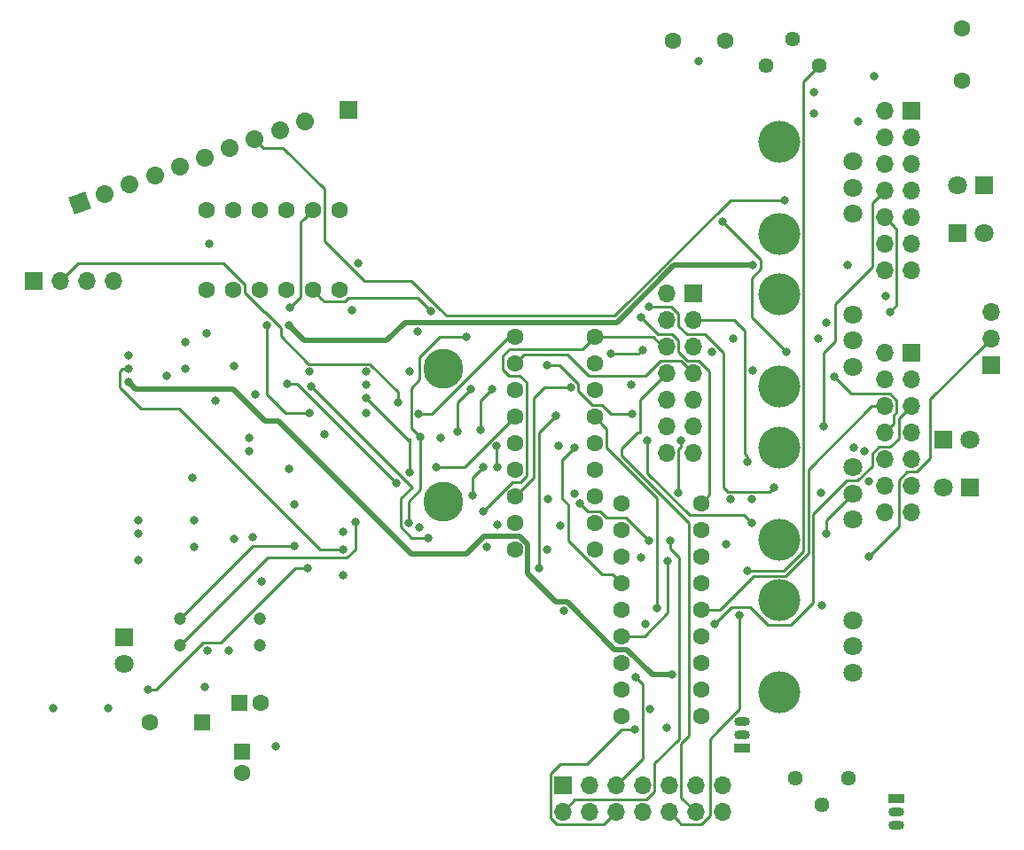
<source format=gbr>
G04 #@! TF.GenerationSoftware,KiCad,Pcbnew,(5.0.0)*
G04 #@! TF.CreationDate,2018-10-11T16:46:39-05:00*
G04 #@! TF.ProjectId,FinalDistCircuit,46696E616C4469737443697263756974,rev?*
G04 #@! TF.SameCoordinates,Original*
G04 #@! TF.FileFunction,Copper,L3,Inr,Signal*
G04 #@! TF.FilePolarity,Positive*
%FSLAX46Y46*%
G04 Gerber Fmt 4.6, Leading zero omitted, Abs format (unit mm)*
G04 Created by KiCad (PCBNEW (5.0.0)) date 10/11/18 16:46:39*
%MOMM*%
%LPD*%
G01*
G04 APERTURE LIST*
G04 #@! TA.AperFunction,ViaPad*
%ADD10O,1.700000X1.700000*%
G04 #@! TD*
G04 #@! TA.AperFunction,ViaPad*
%ADD11R,1.700000X1.700000*%
G04 #@! TD*
G04 #@! TA.AperFunction,WasherPad*
%ADD12C,4.000000*%
G04 #@! TD*
G04 #@! TA.AperFunction,ViaPad*
%ADD13C,1.800000*%
G04 #@! TD*
G04 #@! TA.AperFunction,ViaPad*
%ADD14R,1.600000X1.600000*%
G04 #@! TD*
G04 #@! TA.AperFunction,ViaPad*
%ADD15C,1.600000*%
G04 #@! TD*
G04 #@! TA.AperFunction,ViaPad*
%ADD16C,3.810000*%
G04 #@! TD*
G04 #@! TA.AperFunction,ViaPad*
%ADD17C,1.700000*%
G04 #@! TD*
G04 #@! TA.AperFunction,Conductor*
%ADD18C,1.700000*%
G04 #@! TD*
G04 #@! TA.AperFunction,Conductor*
%ADD19C,0.100000*%
G04 #@! TD*
G04 #@! TA.AperFunction,ViaPad*
%ADD20C,1.440000*%
G04 #@! TD*
G04 #@! TA.AperFunction,ViaPad*
%ADD21R,1.800000X1.800000*%
G04 #@! TD*
G04 #@! TA.AperFunction,ViaPad*
%ADD22O,1.500000X0.900000*%
G04 #@! TD*
G04 #@! TA.AperFunction,ViaPad*
%ADD23R,1.500000X0.900000*%
G04 #@! TD*
G04 #@! TA.AperFunction,ViaPad*
%ADD24C,1.200000*%
G04 #@! TD*
G04 #@! TA.AperFunction,ViaPad*
%ADD25C,0.800000*%
G04 #@! TD*
G04 #@! TA.AperFunction,Conductor*
%ADD26C,0.250000*%
G04 #@! TD*
G04 #@! TA.AperFunction,Conductor*
%ADD27C,0.500000*%
G04 #@! TD*
G04 APERTURE END LIST*
D10*
G04 #@! TO.N,Net-(NeckTonePot1-Pad14)*
G04 #@! TO.C,NeckTonePot1*
X239776000Y-49911000D03*
G04 #@! TO.N,BRGRN2*
X242316000Y-49911000D03*
G04 #@! TO.N,Net-(NeckTonePot1-Pad12)*
X239776000Y-47371000D03*
G04 #@! TO.N,NBLACK*
X242316000Y-47371000D03*
G04 #@! TO.N,Net-(BridgeVolPot1-Pad8)*
X239776000Y-44831000D03*
G04 #@! TO.N,Net-(BridgeTonePot1-Pad10)*
X242316000Y-44831000D03*
G04 #@! TO.N,BRRED2*
X239776000Y-42291000D03*
G04 #@! TO.N,Net-(NeckTonePot1-Pad7)*
X242316000Y-42291000D03*
G04 #@! TO.N,Net-(NeckTonePot1-Pad6)*
X239776000Y-39751000D03*
G04 #@! TO.N,NTONEIN*
X242316000Y-39751000D03*
G04 #@! TO.N,Net-(C27-Pad1)*
X239776000Y-37211000D03*
G04 #@! TO.N,PRESOUT*
X242316000Y-37211000D03*
X239776000Y-34671000D03*
D11*
G04 #@! TO.N,PRESIN*
X242316000Y-34671000D03*
G04 #@! TD*
D12*
G04 #@! TO.N,*
G04 #@! TO.C,BASS*
X229728000Y-81412000D03*
X229728000Y-90212000D03*
D13*
G04 #@! TO.N,BRGRN2*
X236728000Y-83312000D03*
X236728000Y-85812000D03*
G04 #@! TO.N,Net-(BASS1-Pad3)*
X236728000Y-88312000D03*
G04 #@! TD*
D14*
G04 #@! TO.N,Net-(C10-Pad1)*
G04 #@! TO.C,C10*
X174625000Y-93091000D03*
D15*
G04 #@! TO.N,BRGRN2*
X169625000Y-93091000D03*
G04 #@! TD*
D16*
G04 #@! TO.N,Net-(9V1-Pad1)*
G04 #@! TO.C,9V1*
X197612000Y-71945500D03*
G04 #@! TO.N,PWRGND*
X197612001Y-59245499D03*
G04 #@! TD*
D10*
G04 #@! TO.N,BRGRN2*
G04 #@! TO.C,Jack1*
X249936000Y-53848000D03*
G04 #@! TO.N,FinalOut*
X249936000Y-56388000D03*
D11*
G04 #@! TO.N,PWRGND*
X249936000Y-58928000D03*
G04 #@! TD*
D17*
G04 #@! TO.N,BRGRN2*
G04 #@! TO.C,PickupInputs1*
X184422373Y-35615420D03*
D18*
X184422373Y-35615420D02*
X184422373Y-35615420D01*
D17*
G04 #@! TO.N,NGRN*
X182035554Y-36484151D03*
D18*
X182035554Y-36484151D02*
X182035554Y-36484151D01*
D17*
G04 #@! TO.N,NBLACK*
X179648735Y-37352882D03*
D18*
X179648735Y-37352882D02*
X179648735Y-37352882D01*
D17*
X177261916Y-38221613D03*
D18*
X177261916Y-38221613D02*
X177261916Y-38221613D01*
D17*
G04 #@! TO.N,NGRN*
X174875096Y-39090344D03*
D18*
X174875096Y-39090344D02*
X174875096Y-39090344D01*
D17*
G04 #@! TO.N,BRGRN2*
X172488277Y-39959075D03*
D18*
X172488277Y-39959075D02*
X172488277Y-39959075D01*
D17*
G04 #@! TO.N,BRGRN*
X170101458Y-40827807D03*
D18*
X170101458Y-40827807D02*
X170101458Y-40827807D01*
D17*
G04 #@! TO.N,BRWHT*
X167714639Y-41696538D03*
D18*
X167714639Y-41696538D02*
X167714639Y-41696538D01*
D17*
G04 #@! TO.N,BRBLACK*
X165327819Y-42565269D03*
D18*
X165327819Y-42565269D02*
X165327819Y-42565269D01*
D17*
G04 #@! TO.N,BRRED*
X162941000Y-43434000D03*
D19*
G36*
X164030456Y-43942022D02*
X162432978Y-44523456D01*
X161851544Y-42925978D01*
X163449022Y-42344544D01*
X164030456Y-43942022D01*
X164030456Y-43942022D01*
G37*
G04 #@! TD*
D11*
G04 #@! TO.N,GAINPOTOUT*
G04 #@! TO.C,BridgeTonePot1*
X242316000Y-57785000D03*
D10*
X239776000Y-57785000D03*
G04 #@! TO.N,BRTONEGANG2IN*
X242316000Y-60325000D03*
G04 #@! TO.N,BRTONEGANG1OUT*
X239776000Y-60325000D03*
G04 #@! TO.N,BTONEIN*
X242316000Y-62865000D03*
G04 #@! TO.N,BRTONEGANG1IN*
X239776000Y-62865000D03*
G04 #@! TO.N,BRGRN2*
X242316000Y-65405000D03*
G04 #@! TO.N,BRBLACK*
X239776000Y-65405000D03*
G04 #@! TO.N,Net-(BridgeTonePot1-Pad12)*
X242316000Y-67945000D03*
G04 #@! TO.N,Net-(BridgeTonePot1-Pad10)*
X239776000Y-67945000D03*
G04 #@! TO.N,BRWHT*
X242316000Y-70485000D03*
G04 #@! TO.N,Net-(BridgeTonePot1-Pad12)*
X239776000Y-70485000D03*
G04 #@! TO.N,BRGRN2*
X242316000Y-73025000D03*
G04 #@! TO.N,Net-(BridgeTonePot1-Pad14)*
X239776000Y-73025000D03*
G04 #@! TD*
D15*
G04 #@! TO.N,Net-(6pdt2-Pad18)*
G04 #@! TO.C,6pdt2*
X222250000Y-92456000D03*
G04 #@! TO.N,Net-(6pdt2-Pad17)*
X214630000Y-92456000D03*
G04 #@! TO.N,Net-(6pdt2-Pad16)*
X222250000Y-89916000D03*
G04 #@! TO.N,Net-(6pdt2-Pad15)*
X214630000Y-89916000D03*
G04 #@! TO.N,Net-(6pdt2-Pad14)*
X222250000Y-87376000D03*
G04 #@! TO.N,Net-(6pdt2-Pad13)*
X214630000Y-87376000D03*
G04 #@! TO.N,GAINSTAGEPOTIN*
X222250000Y-84836000D03*
G04 #@! TO.N,BRTONEGANG2IN*
X214630000Y-84836000D03*
G04 #@! TO.N,BRTONEGANG1IN*
X222250000Y-82296000D03*
G04 #@! TO.N,BRTONEGANG1OUT*
X214630000Y-82296000D03*
G04 #@! TO.N,Net-(6pdt2-Pad8)*
X222250000Y-79756000D03*
G04 #@! TO.N,BRTONECAPIN*
X214630000Y-79756000D03*
G04 #@! TO.N,ODout*
X222250000Y-77216000D03*
G04 #@! TO.N,OUT*
X214630000Y-77216000D03*
G04 #@! TO.N,FinalOut*
X222250000Y-74676000D03*
G04 #@! TO.N,ODin*
X214630000Y-74676000D03*
G04 #@! TO.N,OUT*
X222250000Y-72136000D03*
G04 #@! TO.N,BRGRN2*
X214630000Y-72136000D03*
G04 #@! TD*
D20*
G04 #@! TO.N,Net-(R13-Pad1)*
G04 #@! TO.C,TRANGAIN1*
X236347000Y-98425000D03*
G04 #@! TO.N,Net-(C8-Pad1)*
X233807000Y-100965000D03*
X231267000Y-98425000D03*
G04 #@! TD*
D10*
G04 #@! TO.N,BROUT*
G04 #@! TO.C,3WaySwitch1*
X166116000Y-50927000D03*
G04 #@! TO.N,OUT*
X163576000Y-50927000D03*
G04 #@! TO.N,NOUT*
X161036000Y-50927000D03*
D11*
G04 #@! TO.N,BRGRN2*
X158496000Y-50927000D03*
G04 #@! TD*
D15*
G04 #@! TO.N,BRRED*
G04 #@! TO.C,4pdt1*
X175006000Y-51752500D03*
G04 #@! TO.N,BRRED2*
X177546000Y-51752500D03*
G04 #@! TO.N,BRGRN*
X180086000Y-51752500D03*
G04 #@! TO.N,NGRN*
X182626000Y-51752500D03*
G04 #@! TO.N,NRED2*
X185166000Y-51752500D03*
G04 #@! TO.N,Net-(4pdt1-Pad6)*
X187706000Y-51752500D03*
X187706000Y-44132500D03*
G04 #@! TO.N,NGRN2*
X185166000Y-44132500D03*
G04 #@! TO.N,NGRN*
X182626000Y-44132500D03*
G04 #@! TO.N,BRRED*
X180086000Y-44132500D03*
G04 #@! TO.N,BRGRN2*
X177546000Y-44132500D03*
G04 #@! TO.N,BRGRN*
X175006000Y-44132500D03*
G04 #@! TD*
G04 #@! TO.N,BVOUTTRAD*
G04 #@! TO.C,6pdt1*
X204470000Y-56261000D03*
G04 #@! TO.N,BVINTRAD*
X212090000Y-56261000D03*
G04 #@! TO.N,BVOUT*
X204470000Y-58801000D03*
G04 #@! TO.N,BRRED2*
X212090000Y-58801000D03*
G04 #@! TO.N,Net-(6pdt1-Pad5)*
X204470000Y-61341000D03*
X212090000Y-61341000D03*
G04 #@! TO.N,NVOUTTRAD*
X204470000Y-63881000D03*
G04 #@! TO.N,NVINTRAD*
X212090000Y-63881000D03*
G04 #@! TO.N,NOUT*
X204470000Y-66421000D03*
G04 #@! TO.N,NTONE*
X212090000Y-66421000D03*
G04 #@! TO.N,Net-(6pdt1-Pad11)*
X204470000Y-68961000D03*
X212090000Y-68961000D03*
G04 #@! TO.N,BRRED2*
X204470000Y-71501000D03*
G04 #@! TO.N,NTONEIN*
X212090000Y-71501000D03*
G04 #@! TO.N,BTONEIN*
X204470000Y-74041000D03*
G04 #@! TO.N,NTONE*
X212090000Y-74041000D03*
G04 #@! TO.N,BRTONEGANG1OUT*
X204470000Y-76581000D03*
G04 #@! TO.N,Net-(6pdt1-Pad18)*
X212090000Y-76581000D03*
G04 #@! TD*
D10*
G04 #@! TO.N,Net-(BridgeVolPot1-Pad14)*
G04 #@! TO.C,BridgeVolPot1*
X218948000Y-67310000D03*
G04 #@! TO.N,BRGRN2*
X221488000Y-67310000D03*
G04 #@! TO.N,BVOUT*
X218948000Y-64770000D03*
G04 #@! TO.N,BROUT*
X221488000Y-64770000D03*
G04 #@! TO.N,NOUT*
X218948000Y-62230000D03*
G04 #@! TO.N,BRGRN2*
X221488000Y-62230000D03*
G04 #@! TO.N,Net-(BridgeVolPot1-Pad8)*
X218948000Y-59690000D03*
G04 #@! TO.N,BVOUT*
X221488000Y-59690000D03*
G04 #@! TO.N,BVINTRAD*
X218948000Y-57150000D03*
G04 #@! TO.N,BVOUTTRAD*
X221488000Y-57150000D03*
G04 #@! TO.N,BRGRN2*
X218948000Y-54610000D03*
G04 #@! TO.N,ODin*
X221488000Y-54610000D03*
G04 #@! TO.N,MASTEROUT*
X218948000Y-52070000D03*
D11*
G04 #@! TO.N,BRGRN2*
X221488000Y-52070000D03*
G04 #@! TD*
D15*
G04 #@! TO.N,Net-(C2-Pad1)*
G04 #@! TO.C,C2*
X247142000Y-26797000D03*
G04 #@! TO.N,BRGRN2*
X247142000Y-31797000D03*
G04 #@! TD*
G04 #@! TO.N,Net-(C6-Pad2)*
G04 #@! TO.C,C6*
X224583000Y-27940000D03*
G04 #@! TO.N,GAINSTAGEPOTIN*
X219583000Y-27940000D03*
G04 #@! TD*
D14*
G04 #@! TO.N,Net-(C14-Pad1)*
G04 #@! TO.C,C14*
X178435000Y-95885000D03*
D15*
G04 #@! TO.N,BRGRN2*
X178435000Y-97885000D03*
G04 #@! TD*
G04 #@! TO.N,BRGRN2*
G04 #@! TO.C,C19*
X180181000Y-91186000D03*
D14*
G04 #@! TO.N,Net-(C19-Pad1)*
X178181000Y-91186000D03*
G04 #@! TD*
D21*
G04 #@! TO.N,GAINPOTOUT*
G04 #@! TO.C,D1*
X246761000Y-46355000D03*
D13*
G04 #@! TO.N,GAINSTAGEPOTIN*
X249301000Y-46355000D03*
G04 #@! TD*
G04 #@! TO.N,GAINPOTOUT*
G04 #@! TO.C,D2*
X246761000Y-41783000D03*
D21*
G04 #@! TO.N,GAINSTAGEPOTIN*
X249301000Y-41783000D03*
G04 #@! TD*
G04 #@! TO.N,Net-(D3-Pad1)*
G04 #@! TO.C,D3*
X167132000Y-84963000D03*
D13*
G04 #@! TO.N,Net-(9V1-Pad1)*
X167132000Y-87503000D03*
G04 #@! TD*
D21*
G04 #@! TO.N,Net-(C13-Pad1)*
G04 #@! TO.C,D4*
X245364000Y-66040000D03*
D13*
G04 #@! TO.N,Vref2*
X247904000Y-66040000D03*
G04 #@! TD*
G04 #@! TO.N,Net-(C13-Pad1)*
G04 #@! TO.C,D5*
X245364000Y-70612000D03*
D21*
G04 #@! TO.N,Vref2*
X247904000Y-70612000D03*
G04 #@! TD*
D11*
G04 #@! TO.N,BRGRN2*
G04 #@! TO.C,GROUNDBRIDGE1*
X188595000Y-34544000D03*
G04 #@! TD*
G04 #@! TO.N,ODMIDGND*
G04 #@! TO.C,NeckVolumePot1*
X209042000Y-99060000D03*
D10*
G04 #@! TO.N,ODMIDOUT*
X209042000Y-101600000D03*
G04 #@! TO.N,ODMIDIN*
X211582000Y-99060000D03*
G04 #@! TO.N,Net-(BridgeVolPot1-Pad8)*
X211582000Y-101600000D03*
G04 #@! TO.N,NVOUTTRAD*
X214122000Y-99060000D03*
G04 #@! TO.N,NVINTRAD*
X214122000Y-101600000D03*
G04 #@! TO.N,Net-(BridgeVolPot1-Pad8)*
X216662000Y-99060000D03*
G04 #@! TO.N,NRED2*
X216662000Y-101600000D03*
G04 #@! TO.N,NTONE*
X219202000Y-99060000D03*
X219202000Y-101600000D03*
G04 #@! TO.N,NGRN2*
X221742000Y-99060000D03*
G04 #@! TO.N,Net-(BridgeVolPot1-Pad8)*
X221742000Y-101600000D03*
G04 #@! TO.N,BRGRN2*
X224282000Y-99060000D03*
G04 #@! TO.N,Net-(NeckVolumePot1-Pad14)*
X224282000Y-101600000D03*
G04 #@! TD*
D22*
G04 #@! TO.N,Net-(Q1-Pad2)*
G04 #@! TO.C,Q1*
X240919000Y-101600000D03*
G04 #@! TO.N,Net-(C8-Pad2)*
X240919000Y-102870000D03*
D23*
G04 #@! TO.N,Net-(C8-Pad1)*
X240919000Y-100330000D03*
G04 #@! TD*
D22*
G04 #@! TO.N,Net-(Q2-Pad2)*
G04 #@! TO.C,Q2*
X226187000Y-94234000D03*
G04 #@! TO.N,Net-(C8-Pad1)*
X226187000Y-92964000D03*
D23*
G04 #@! TO.N,Net-(C8-Pad2)*
X226187000Y-95504000D03*
G04 #@! TD*
D20*
G04 #@! TO.N,Net-(C12-Pad2)*
G04 #@! TO.C,RANGE1*
X233553000Y-30353000D03*
G04 #@! TO.N,PRESIN*
X231013000Y-27813000D03*
X228473000Y-30353000D03*
G04 #@! TD*
D12*
G04 #@! TO.N,*
G04 #@! TO.C,TIGHT*
X229728000Y-52202000D03*
X229728000Y-61002000D03*
D13*
G04 #@! TO.N,Vref*
X236728000Y-54102000D03*
X236728000Y-56602000D03*
G04 #@! TO.N,Net-(R7-Pad2)*
X236728000Y-59102000D03*
G04 #@! TD*
D24*
G04 #@! TO.N,Net-(C25-Pad1)*
G04 #@! TO.C,TRBLD1*
X180086000Y-83185000D03*
G04 #@! TO.N,BVINTRAD*
X172466000Y-83185000D03*
G04 #@! TO.N,Net-(C26-Pad2)*
X180086000Y-85725000D03*
G04 #@! TO.N,NVOUTTRAD*
X172466000Y-85725000D03*
G04 #@! TD*
D13*
G04 #@! TO.N,Net-(C13-Pad1)*
G04 #@! TO.C,TREBLE*
X236728000Y-73707000D03*
G04 #@! TO.N,Net-(TREBLE1-Pad2)*
X236728000Y-71207000D03*
G04 #@! TO.N,Net-(C16-Pad1)*
X236728000Y-68707000D03*
D12*
G04 #@! TO.N,*
X229728000Y-75607000D03*
X229728000Y-66807000D03*
G04 #@! TD*
D13*
G04 #@! TO.N,Net-(R27-Pad1)*
G04 #@! TO.C,VOL*
X236728000Y-44497000D03*
G04 #@! TO.N,Net-(R29-Pad1)*
X236728000Y-41997000D03*
G04 #@! TO.N,Vref2*
X236728000Y-39497000D03*
D12*
G04 #@! TO.N,*
X229728000Y-46397000D03*
X229728000Y-37597000D03*
G04 #@! TD*
D25*
G04 #@! TO.N,BROUT*
X207518000Y-58928000D03*
X215646000Y-63627000D03*
X188912500Y-53657500D03*
G04 #@! TO.N,OUT*
X216535000Y-54356000D03*
X213614000Y-57875000D03*
X216662000Y-57531000D03*
X195199000Y-55734001D03*
X175069500Y-55880000D03*
G04 #@! TO.N,NOUT*
X193294000Y-62484000D03*
G04 #@! TO.N,BRGRN2*
X180286000Y-79629000D03*
X173703000Y-69723000D03*
X184879000Y-59563000D03*
X182880000Y-68888000D03*
G04 #@! TO.N,BRRED2*
X209804000Y-61087000D03*
X233934000Y-64770000D03*
G04 #@! TO.N,NRED2*
X208407000Y-63754000D03*
X196504605Y-53812395D03*
X206756000Y-78359000D03*
G04 #@! TO.N,NGRN2*
X233807000Y-81915000D03*
X216535000Y-77343000D03*
X195326000Y-74422000D03*
X193167000Y-70231000D03*
X182753000Y-60706000D03*
X183007000Y-53467000D03*
G04 #@! TO.N,BVOUTTRAD*
X195289942Y-63590942D03*
G04 #@! TO.N,BVINTRAD*
X183388000Y-76200000D03*
X201422000Y-72898000D03*
G04 #@! TO.N,NVOUTTRAD*
X189230000Y-73914000D03*
X196977000Y-68707000D03*
X216027000Y-88773000D03*
X210185000Y-71247000D03*
G04 #@! TO.N,NVINTRAD*
X215900000Y-93726000D03*
X218059000Y-82169000D03*
X201205591Y-65122409D03*
X202329000Y-61214000D03*
G04 #@! TO.N,NTONE*
X225933000Y-82804000D03*
G04 #@! TO.N,NTONEIN*
X234188000Y-54864000D03*
X223266000Y-57658000D03*
X220345000Y-66167000D03*
X220089590Y-71120000D03*
G04 #@! TO.N,BTONEIN*
X223520000Y-83693000D03*
X208788000Y-74295000D03*
G04 #@! TO.N,BRTONEGANG1OUT*
X236855000Y-66802000D03*
G04 #@! TO.N,GAINSTAGEPOTIN*
X179103000Y-67183000D03*
G04 #@! TO.N,BRTONEGANG2IN*
X237871000Y-67183000D03*
X219075000Y-77616001D03*
G04 #@! TO.N,BRTONECAPIN*
X210185000Y-66821001D03*
G04 #@! TO.N,ODout*
X201803000Y-76327000D03*
G04 #@! TO.N,FinalOut*
X238252000Y-77216000D03*
G04 #@! TO.N,ODin*
X226695000Y-68199000D03*
G04 #@! TO.N,PWRGND*
X208661000Y-66675000D03*
X217133000Y-66167000D03*
X227093999Y-74006999D03*
X238274154Y-69999154D03*
G04 #@! TO.N,Net-(BASS1-Pad3)*
X179414942Y-75401942D03*
X209166958Y-82425042D03*
G04 #@! TO.N,BRWHT*
X233680000Y-71120000D03*
X229235000Y-70612000D03*
X217297000Y-53340000D03*
X189484000Y-49166999D03*
G04 #@! TO.N,BRBLACK*
X175260000Y-47371000D03*
X224282000Y-45212000D03*
X234950000Y-60071000D03*
X230378000Y-57658000D03*
G04 #@! TO.N,MASTEROUT*
X225371000Y-56388000D03*
G04 #@! TO.N,Net-(C2-Pad1)*
X236238000Y-49403000D03*
X238760000Y-31369000D03*
G04 #@! TO.N,Net-(C4-Pad1)*
X175895000Y-62357000D03*
G04 #@! TO.N,Net-(C5-Pad1)*
X179705000Y-61704000D03*
G04 #@! TO.N,Net-(C6-Pad2)*
X215605000Y-60833000D03*
G04 #@! TO.N,Net-(C8-Pad1)*
X219456000Y-88519000D03*
X167607000Y-60579000D03*
G04 #@! TO.N,Net-(C10-Pad1)*
X179103000Y-65913000D03*
X168496000Y-73787000D03*
X190279000Y-63480999D03*
G04 #@! TO.N,Net-(C12-Pad2)*
X226695000Y-78613000D03*
G04 #@! TO.N,PRESIN*
X173007000Y-59309000D03*
X221996000Y-29863000D03*
G04 #@! TO.N,Net-(C13-Pad1)*
X227094000Y-71755000D03*
G04 #@! TO.N,Net-(C14-Pad1)*
X181610000Y-95386000D03*
X174842500Y-89662000D03*
X177165000Y-86233000D03*
G04 #@! TO.N,Net-(C17-Pad2)*
X177673000Y-59055000D03*
G04 #@! TO.N,Net-(C17-Pad1)*
X184879000Y-63480999D03*
X180830000Y-55118000D03*
G04 #@! TO.N,Net-(C18-Pad1)*
X183388000Y-72263000D03*
X186309000Y-65532000D03*
G04 #@! TO.N,ODMIDIN*
X160408000Y-91694000D03*
X194437000Y-69215000D03*
X190279000Y-62103000D03*
G04 #@! TO.N,Net-(C21-Pad2)*
X190279000Y-60833000D03*
X197358000Y-65913000D03*
X202760153Y-66616153D03*
X217288000Y-75692000D03*
X210678074Y-72116989D03*
X207645000Y-71755000D03*
X202819000Y-68707000D03*
G04 #@! TO.N,Net-(C23-Pad1)*
X165608000Y-91694000D03*
X169418000Y-89916000D03*
X184658000Y-78359000D03*
X188042152Y-74885152D03*
G04 #@! TO.N,Net-(C25-Pad1)*
X194310000Y-74041000D03*
X195467024Y-65818024D03*
X199880000Y-56261000D03*
G04 #@! TO.N,Net-(C26-Pad2)*
X200406000Y-71374000D03*
X201422000Y-68707000D03*
X198978509Y-65299491D03*
X200279000Y-61214000D03*
G04 #@! TO.N,Net-(BridgeVolPot1-Pad8)*
X240284000Y-53848000D03*
G04 #@! TO.N,PRESIN*
X237245000Y-35687000D03*
G04 #@! TO.N,Vref2*
X168496000Y-75057000D03*
X167607000Y-58039000D03*
X173007000Y-56769000D03*
X233045000Y-32884000D03*
G04 #@! TO.N,NBLACK*
X230251000Y-43180000D03*
G04 #@! TO.N,PRESOUT*
X225044000Y-71755000D03*
X239903000Y-52324000D03*
G04 #@! TO.N,ODMIDGND*
X218948000Y-93599000D03*
X216916000Y-83675000D03*
G04 #@! TO.N,ODMIDOUT*
X219338000Y-75692000D03*
G04 #@! TO.N,Vref*
X173896000Y-73787000D03*
X233444000Y-56388000D03*
G04 #@! TO.N,Net-(R7-Pad2)*
X171196000Y-59944000D03*
G04 #@! TO.N,Net-(R13-Pad1)*
X188087000Y-78994000D03*
X217406000Y-91821000D03*
X167607000Y-59309000D03*
X188087000Y-76581000D03*
G04 #@! TO.N,Net-(R22-Pad1)*
X173896000Y-76327000D03*
X175115000Y-86233000D03*
G04 #@! TO.N,Net-(R27-Pad1)*
X227203000Y-49403000D03*
X182880000Y-55118000D03*
G04 #@! TO.N,Net-(R28-Pad1)*
X177673000Y-75547000D03*
X168496000Y-77597000D03*
G04 #@! TO.N,Net-(R29-Pad1)*
X227203000Y-59436000D03*
X194446000Y-59563000D03*
X233045000Y-34934000D03*
G04 #@! TO.N,Net-(R30-Pad2)*
X190279000Y-59563000D03*
G04 #@! TO.N,Net-(TREBLE1-Pad2)*
X185031653Y-60985653D03*
X196215000Y-75438000D03*
X202819000Y-74168000D03*
X234188000Y-75057000D03*
X224663000Y-76073000D03*
X207520042Y-76578958D03*
G04 #@! TD*
D26*
G04 #@! TO.N,BROUT*
X212783999Y-62755999D02*
X211849999Y-62755999D01*
X213655000Y-63627000D02*
X212783999Y-62755999D01*
X211849999Y-62755999D02*
X210529001Y-61435001D01*
X210529001Y-61435001D02*
X210529001Y-60738999D01*
X210529001Y-60738999D02*
X208718002Y-58928000D01*
X208718002Y-58928000D02*
X207518000Y-58928000D01*
X213655000Y-63627000D02*
X215646000Y-63627000D01*
G04 #@! TO.N,OUT*
X218153999Y-55974999D02*
X216535000Y-54356000D01*
X219512001Y-55974999D02*
X218153999Y-55974999D01*
X220123001Y-56585999D02*
X219512001Y-55974999D01*
X223049999Y-71336001D02*
X223049999Y-59512997D01*
X222250000Y-72136000D02*
X223049999Y-71336001D01*
X223049999Y-59512997D02*
X222052001Y-58514999D01*
X222052001Y-58514999D02*
X220949409Y-58514999D01*
X220949409Y-58514999D02*
X220123001Y-57688591D01*
X220123001Y-57688591D02*
X220123001Y-56585999D01*
X213614000Y-57875000D02*
X216318000Y-57875000D01*
X216318000Y-57875000D02*
X216662000Y-57531000D01*
G04 #@! TO.N,NOUT*
X162796001Y-49166999D02*
X161036000Y-50927000D01*
X176625501Y-49166999D02*
X162796001Y-49166999D01*
X178671001Y-51212499D02*
X176625501Y-49166999D01*
X178671001Y-52002503D02*
X178671001Y-51212499D01*
X180540996Y-53872498D02*
X178671001Y-52002503D01*
X180657500Y-53872498D02*
X180540996Y-53872498D01*
X182154999Y-55369997D02*
X180657500Y-53872498D01*
X182154999Y-56170999D02*
X182154999Y-55369997D01*
X184821999Y-58837999D02*
X182154999Y-56170999D01*
X190627001Y-58837999D02*
X184821999Y-58837999D01*
X193294000Y-61504998D02*
X190627001Y-58837999D01*
X193294000Y-62484000D02*
X193294000Y-61504998D01*
G04 #@! TO.N,BRRED2*
X209804000Y-61087000D02*
X207264000Y-61087000D01*
X207264000Y-61087000D02*
X206248000Y-62103000D01*
X206248000Y-69723000D02*
X204470000Y-71501000D01*
X206248000Y-62103000D02*
X206248000Y-69723000D01*
X235077000Y-56642000D02*
X235077000Y-53086000D01*
X233934000Y-57785000D02*
X235077000Y-56642000D01*
X233934000Y-64770000D02*
X233934000Y-57785000D01*
X238926001Y-43140999D02*
X239776000Y-42291000D01*
X238600999Y-43466001D02*
X238926001Y-43140999D01*
X238600999Y-49562001D02*
X238600999Y-43466001D01*
X237363000Y-50800000D02*
X238600999Y-49562001D01*
X235077000Y-53086000D02*
X237363000Y-50800000D01*
G04 #@! TO.N,NRED2*
X206756000Y-78359000D02*
X206756000Y-74661998D01*
X206756000Y-74661998D02*
X206756000Y-65405000D01*
X206756000Y-65405000D02*
X208407000Y-63754000D01*
X185965999Y-52552499D02*
X185166000Y-51752500D01*
X186291001Y-52877501D02*
X185965999Y-52552499D01*
X188246001Y-52877501D02*
X186291001Y-52877501D01*
X188616503Y-52506999D02*
X188246001Y-52877501D01*
X195199209Y-52506999D02*
X188616503Y-52506999D01*
X196504605Y-53812395D02*
X195199209Y-52506999D01*
G04 #@! TO.N,NGRN2*
X193167000Y-70231000D02*
X183642000Y-60706000D01*
X183642000Y-60706000D02*
X182753000Y-60706000D01*
X184366001Y-44932499D02*
X185166000Y-44132500D01*
X184040999Y-45257501D02*
X184366001Y-44932499D01*
X184040999Y-52433001D02*
X184040999Y-45257501D01*
X183007000Y-53467000D02*
X184040999Y-52433001D01*
G04 #@! TO.N,BVOUTTRAD*
X196566960Y-63590942D02*
X195289942Y-63590942D01*
X203896902Y-56261000D02*
X196566960Y-63590942D01*
X204470000Y-56261000D02*
X203896902Y-56261000D01*
G04 #@! TO.N,BVINTRAD*
X172466000Y-83185000D02*
X179451000Y-76200000D01*
X179451000Y-76200000D02*
X183388000Y-76200000D01*
X210964999Y-57386001D02*
X211290001Y-57060999D01*
X203979999Y-57386001D02*
X210964999Y-57386001D01*
X203344999Y-58021001D02*
X203979999Y-57386001D01*
X203929999Y-59926001D02*
X203344999Y-59341001D01*
X204233999Y-70086001D02*
X205010001Y-70086001D01*
X211290001Y-57060999D02*
X212090000Y-56261000D01*
X201422000Y-72898000D02*
X204233999Y-70086001D01*
X205010001Y-70086001D02*
X205595001Y-69501001D01*
X203344999Y-59341001D02*
X203344999Y-58021001D01*
X205595001Y-69501001D02*
X205595001Y-60562411D01*
X205595001Y-60562411D02*
X204958591Y-59926001D01*
X204958591Y-59926001D02*
X203929999Y-59926001D01*
X218948000Y-57150000D02*
X218567000Y-57150000D01*
X217678000Y-56261000D02*
X212090000Y-56261000D01*
X218567000Y-57150000D02*
X217678000Y-56261000D01*
G04 #@! TO.N,BVOUT*
X204470000Y-58801000D02*
X205359000Y-57912000D01*
X209535998Y-57912000D02*
X211549999Y-59926001D01*
X220312999Y-58514999D02*
X221488000Y-59690000D01*
X205359000Y-57912000D02*
X209535998Y-57912000D01*
X211549999Y-59926001D02*
X216972997Y-59926001D01*
X216972997Y-59926001D02*
X218383999Y-58514999D01*
X218383999Y-58514999D02*
X220312999Y-58514999D01*
G04 #@! TO.N,NVOUTTRAD*
X189230000Y-76511002D02*
X189230000Y-73914000D01*
X188435001Y-77306001D02*
X189230000Y-76511002D01*
X172466000Y-85725000D02*
X180884999Y-77306001D01*
X180884999Y-77306001D02*
X188435001Y-77306001D01*
X199644000Y-68707000D02*
X204470000Y-63881000D01*
X196977000Y-68707000D02*
X199644000Y-68707000D01*
X216662000Y-89408000D02*
X216027000Y-88773000D01*
X216662000Y-96520000D02*
X214122000Y-99060000D01*
X216662000Y-95377000D02*
X216662000Y-96520000D01*
X216662000Y-95377000D02*
X216662000Y-89408000D01*
G04 #@! TO.N,NVINTRAD*
X214630998Y-93726000D02*
X215900000Y-93726000D01*
X212889999Y-64680999D02*
X212090000Y-63881000D01*
X213215001Y-65006001D02*
X212889999Y-64680999D01*
X213215001Y-66784001D02*
X213215001Y-65006001D01*
X218059000Y-71628000D02*
X213215001Y-66784001D01*
X218059000Y-82169000D02*
X218059000Y-71628000D01*
X201205591Y-65122409D02*
X201205591Y-62337409D01*
X201205591Y-62337409D02*
X202329000Y-61214000D01*
X208787002Y-97028998D02*
X211328000Y-97028998D01*
X207866999Y-97949001D02*
X208787002Y-97028998D01*
X211328000Y-97028998D02*
X214630998Y-93726000D01*
X214122000Y-101600000D02*
X212946999Y-102775001D01*
X212946999Y-102775001D02*
X208477999Y-102775001D01*
X208477999Y-102775001D02*
X207866999Y-102164001D01*
X207866999Y-102164001D02*
X207866999Y-97949001D01*
G04 #@! TO.N,NTONE*
X225933000Y-91821971D02*
X225933000Y-82804000D01*
X220051999Y-102449999D02*
X219202000Y-101600000D01*
X222306001Y-102775001D02*
X220377001Y-102775001D01*
X223106999Y-101974003D02*
X222306001Y-102775001D01*
X223106999Y-94647972D02*
X223106999Y-101974003D01*
X223901000Y-93853971D02*
X223106999Y-94647972D01*
X220377001Y-102775001D02*
X220051999Y-102449999D01*
X223901000Y-93853971D02*
X225933000Y-91821971D01*
G04 #@! TO.N,NTONEIN*
X220123001Y-71086589D02*
X220089590Y-71120000D01*
X220123001Y-66954684D02*
X220123001Y-71086589D01*
X220345000Y-66732685D02*
X220123001Y-66954684D01*
X220345000Y-66167000D02*
X220345000Y-66732685D01*
G04 #@! TO.N,BTONEIN*
X225134001Y-82078999D02*
X223520000Y-83693000D01*
X226953997Y-82078999D02*
X225134001Y-82078999D01*
X228611999Y-83737001D02*
X226953997Y-82078999D01*
X230844001Y-83737001D02*
X228611999Y-83737001D01*
X232953020Y-81627982D02*
X230844001Y-83737001D01*
X232953020Y-73168978D02*
X232953020Y-81627982D01*
X236139999Y-69981999D02*
X232953020Y-73168978D01*
X237231001Y-69981999D02*
X236139999Y-69981999D01*
X238600999Y-68612001D02*
X237231001Y-69981999D01*
X241140999Y-64040001D02*
X241140999Y-65969001D01*
X242316000Y-62865000D02*
X241140999Y-64040001D01*
X241140999Y-65969001D02*
X240340001Y-66769999D01*
X240340001Y-66769999D02*
X239211999Y-66769999D01*
X239211999Y-66769999D02*
X238600999Y-67380999D01*
X238600999Y-67380999D02*
X238600999Y-68612001D01*
G04 #@! TO.N,BRTONEGANG2IN*
X215761370Y-84836000D02*
X214630000Y-84836000D01*
X216828002Y-84836000D02*
X215761370Y-84836000D01*
X219075000Y-82589002D02*
X216828002Y-84836000D01*
X219075000Y-77616001D02*
X219075000Y-82589002D01*
G04 #@! TO.N,BRTONEGANG1IN*
X223381370Y-82296000D02*
X222250000Y-82296000D01*
X224085002Y-82296000D02*
X223381370Y-82296000D01*
X227317992Y-79063010D02*
X224085002Y-82296000D01*
X230349402Y-79063010D02*
X227317992Y-79063010D01*
X232503010Y-76909402D02*
X230349402Y-79063010D01*
X232503011Y-68935908D02*
X232503010Y-76909402D01*
X238573919Y-62865000D02*
X232503011Y-68935908D01*
X239776000Y-62865000D02*
X238573919Y-62865000D01*
G04 #@! TO.N,BRTONECAPIN*
X209550000Y-75706002D02*
X209550000Y-72263000D01*
X212799999Y-78956001D02*
X209550000Y-75706002D01*
X214630000Y-79756000D02*
X213830001Y-78956001D01*
X213830001Y-78956001D02*
X212799999Y-78956001D01*
X209785001Y-67221000D02*
X210185000Y-66821001D01*
X209009001Y-67997000D02*
X209785001Y-67221000D01*
X209009001Y-71722001D02*
X209009001Y-67997000D01*
X209550000Y-72263000D02*
X209009001Y-71722001D01*
G04 #@! TO.N,FinalOut*
X249086001Y-57237999D02*
X249936000Y-56388000D01*
X244138999Y-62185001D02*
X249086001Y-57237999D01*
X244138999Y-67861003D02*
X244138999Y-62185001D01*
X242880001Y-69120001D02*
X244138999Y-67861003D01*
X241941997Y-69120001D02*
X242880001Y-69120001D01*
X241140999Y-69920999D02*
X241941997Y-69120001D01*
X241140999Y-74327001D02*
X238252000Y-77216000D01*
X241140999Y-71755000D02*
X241140999Y-74327001D01*
X241140999Y-71755000D02*
X241140999Y-69920999D01*
G04 #@! TO.N,ODin*
X221488000Y-54610000D02*
X222690081Y-54610000D01*
X225425000Y-54610000D02*
X221488000Y-54610000D01*
X226441000Y-55626000D02*
X225425000Y-54610000D01*
X226441000Y-67379315D02*
X226441000Y-55626000D01*
X226695000Y-68199000D02*
X226695000Y-67633315D01*
X226695000Y-67633315D02*
X226441000Y-67379315D01*
G04 #@! TO.N,PWRGND*
X226348001Y-73261001D02*
X227093999Y-74006999D01*
X221157589Y-73261001D02*
X226348001Y-73261001D01*
X217133000Y-66167000D02*
X217133000Y-69236412D01*
X217133000Y-69236412D02*
X221157589Y-73261001D01*
G04 #@! TO.N,BRWHT*
X219417002Y-53340000D02*
X217297000Y-53340000D01*
X220123001Y-54045999D02*
X219417002Y-53340000D01*
X220123001Y-55174001D02*
X220123001Y-54045999D01*
X220923999Y-55974999D02*
X220123001Y-55174001D01*
X228835001Y-71011999D02*
X224810409Y-71011999D01*
X229235000Y-70612000D02*
X228835001Y-71011999D01*
X224810409Y-71011999D02*
X224410410Y-70612000D01*
X224410410Y-70612000D02*
X224410410Y-57729408D01*
X224410410Y-57729408D02*
X222656001Y-55974999D01*
X222656001Y-55974999D02*
X220923999Y-55974999D01*
G04 #@! TO.N,BRBLACK*
X227076000Y-50603002D02*
X227076000Y-53467000D01*
X227928001Y-49751001D02*
X227076000Y-50603002D01*
X224282000Y-45212000D02*
X227928001Y-48858001D01*
X227928001Y-48858001D02*
X227928001Y-49751001D01*
X236568999Y-61689999D02*
X234950000Y-60071000D01*
X240625999Y-64555001D02*
X240625999Y-63754003D01*
X239776000Y-65405000D02*
X240625999Y-64555001D01*
X240625999Y-63754003D02*
X240951001Y-63429001D01*
X240951001Y-63429001D02*
X240951001Y-62300999D01*
X240951001Y-62300999D02*
X240340001Y-61689999D01*
X240340001Y-61689999D02*
X236568999Y-61689999D01*
X227076000Y-53467000D02*
X227076000Y-54356000D01*
X227076000Y-54356000D02*
X230378000Y-57658000D01*
D27*
G04 #@! TO.N,Net-(C8-Pad1)*
X217623002Y-88519000D02*
X219456000Y-88519000D01*
X215190003Y-86086001D02*
X217623002Y-88519000D01*
X208407000Y-81534000D02*
X209477998Y-81534000D01*
X205720001Y-78847001D02*
X208407000Y-81534000D01*
X204958001Y-75291001D02*
X205720001Y-76053001D01*
X201549000Y-75291001D02*
X204958001Y-75291001D01*
X209477998Y-81534000D02*
X214029999Y-86086001D01*
X199878001Y-76962000D02*
X201549000Y-75291001D01*
X177546000Y-61214000D02*
X180594000Y-64262000D01*
X180594000Y-64262000D02*
X181925482Y-64262000D01*
X205720001Y-76053001D02*
X205720001Y-78847001D01*
X167607000Y-60579000D02*
X168242000Y-61214000D01*
X168242000Y-61214000D02*
X177546000Y-61214000D01*
X181925482Y-64262000D02*
X194625482Y-76962000D01*
X214029999Y-86086001D02*
X215190003Y-86086001D01*
X194625482Y-76962000D02*
X199878001Y-76962000D01*
D26*
G04 #@! TO.N,Net-(C12-Pad2)*
X232053001Y-31852999D02*
X233553000Y-30353000D01*
X232053001Y-76723001D02*
X232053001Y-31852999D01*
X230163002Y-78613000D02*
X232053001Y-76723001D01*
X226695000Y-78613000D02*
X230163002Y-78613000D01*
G04 #@! TO.N,Net-(C17-Pad1)*
X180830000Y-61704000D02*
X180830000Y-55118000D01*
X184879000Y-63480999D02*
X182606999Y-63480999D01*
X182606999Y-63480999D02*
X180830000Y-61704000D01*
G04 #@! TO.N,ODMIDIN*
X194437000Y-69215000D02*
X194437000Y-65938999D01*
X194437000Y-69215000D02*
X194437000Y-66261000D01*
X194437000Y-66261000D02*
X190279000Y-62103000D01*
G04 #@! TO.N,Net-(C21-Pad2)*
X211477084Y-72915999D02*
X210678074Y-72116989D01*
X212630001Y-72915999D02*
X211477084Y-72915999D01*
X213215001Y-73500999D02*
X212630001Y-72915999D01*
X217288000Y-75692000D02*
X215096999Y-73500999D01*
X215096999Y-73500999D02*
X213215001Y-73500999D01*
X202760153Y-68648153D02*
X202819000Y-68707000D01*
X202760153Y-66616153D02*
X202760153Y-68648153D01*
G04 #@! TO.N,Net-(C23-Pad1)*
X183542998Y-78359000D02*
X184658000Y-78359000D01*
X176439999Y-85461999D02*
X183542998Y-78359000D01*
X174672001Y-85461999D02*
X176439999Y-85461999D01*
X169418000Y-89916000D02*
X170218000Y-89916000D01*
X170218000Y-89916000D02*
X174672001Y-85461999D01*
G04 #@! TO.N,Net-(C25-Pad1)*
X195467024Y-70790074D02*
X195467024Y-65818024D01*
X194310000Y-71947098D02*
X195467024Y-70790074D01*
X194310000Y-74041000D02*
X194310000Y-71947098D01*
X194564941Y-64915941D02*
X194564941Y-61132959D01*
X194564941Y-61132959D02*
X195382000Y-60315900D01*
X195467024Y-65818024D02*
X194564941Y-64915941D01*
X195382000Y-60315900D02*
X195382000Y-58175098D01*
X195382000Y-58175098D02*
X197296098Y-56261000D01*
X197296098Y-56261000D02*
X199880000Y-56261000D01*
G04 #@! TO.N,Net-(C26-Pad2)*
X200406000Y-71374000D02*
X200406000Y-69723000D01*
X200406000Y-69723000D02*
X201422000Y-68707000D01*
X198978509Y-65299491D02*
X198978509Y-62514491D01*
X198978509Y-62514491D02*
X200279000Y-61214000D01*
G04 #@! TO.N,Net-(BridgeVolPot1-Pad8)*
X240625999Y-45680999D02*
X239776000Y-44831000D01*
X240951001Y-46006001D02*
X240625999Y-45680999D01*
X240951001Y-53180999D02*
X240951001Y-46006001D01*
X240284000Y-53848000D02*
X240951001Y-53180999D01*
X216408000Y-62230000D02*
X218948000Y-59690000D01*
X216408000Y-65405000D02*
X216408000Y-62230000D01*
X216154000Y-65405000D02*
X216408000Y-65405000D01*
X214630000Y-66929000D02*
X216154000Y-65405000D01*
X214630000Y-67562590D02*
X214630000Y-66929000D01*
X221107000Y-74039590D02*
X214630000Y-67562590D01*
X221742000Y-101600000D02*
X220377001Y-100235001D01*
X220377001Y-100235001D02*
X220377001Y-95090999D01*
X220377001Y-95090999D02*
X221124999Y-94343001D01*
X221124999Y-94343001D02*
X221124999Y-83964999D01*
X221124999Y-83964999D02*
X221107000Y-83947000D01*
X221107000Y-83947000D02*
X221107000Y-74039590D01*
G04 #@! TO.N,NBLACK*
X180498734Y-38202881D02*
X179648735Y-37352882D01*
X186291001Y-42131999D02*
X182361883Y-38202881D01*
X186291001Y-47047002D02*
X186291001Y-42131999D01*
X190107499Y-50863500D02*
X186291001Y-47047002D01*
X194628712Y-50863500D02*
X190107499Y-50863500D01*
X182361883Y-38202881D02*
X180498734Y-38202881D01*
X230251000Y-43180000D02*
X225044000Y-43180000D01*
X225044000Y-43180000D02*
X213995000Y-54229000D01*
X213995000Y-54229000D02*
X197993000Y-54229000D01*
X197993000Y-54229000D02*
X197251222Y-53487222D01*
X197251222Y-53487222D02*
X197251222Y-53486010D01*
X197251222Y-53486010D02*
X194628712Y-50863500D01*
G04 #@! TO.N,ODMIDOUT*
X219338000Y-76492000D02*
X219338000Y-75692000D01*
X220181001Y-77335001D02*
X219338000Y-76492000D01*
X209042000Y-101600000D02*
X210217001Y-100424999D01*
X210217001Y-100424999D02*
X217036003Y-100424999D01*
X217036003Y-100424999D02*
X217837001Y-99624001D01*
X217837001Y-99624001D02*
X217837001Y-96994589D01*
X217837001Y-96994589D02*
X220181001Y-94650589D01*
X220181001Y-94650589D02*
X220181001Y-77335001D01*
G04 #@! TO.N,Net-(R13-Pad1)*
X185904000Y-76581000D02*
X188087000Y-76581000D01*
X167607000Y-59309000D02*
X167005000Y-59309000D01*
X167005000Y-59309000D02*
X166751000Y-59563000D01*
X166751000Y-59563000D02*
X166751000Y-61087000D01*
X168783000Y-63119000D02*
X172442000Y-63119000D01*
X166751000Y-61087000D02*
X168783000Y-63119000D01*
X172442000Y-63119000D02*
X185904000Y-76581000D01*
D27*
G04 #@! TO.N,Net-(R27-Pad1)*
X219690998Y-49403000D02*
X214229998Y-54864000D01*
X227203000Y-49403000D02*
X219690998Y-49403000D01*
X184346001Y-56584001D02*
X182880000Y-55118000D01*
X192270482Y-56584001D02*
X184346001Y-56584001D01*
X193990483Y-54864000D02*
X192270482Y-56584001D01*
X214229998Y-54864000D02*
X193990483Y-54864000D01*
D26*
G04 #@! TO.N,Net-(TREBLE1-Pad2)*
X185031653Y-60985653D02*
X192499000Y-68453000D01*
X194633998Y-75438000D02*
X196215000Y-75438000D01*
X193584999Y-74389001D02*
X194633998Y-75438000D01*
X193584999Y-71668349D02*
X193584999Y-74389001D01*
X192499000Y-68453000D02*
X194649674Y-70603674D01*
X194649674Y-70603674D02*
X193584999Y-71668349D01*
X236728000Y-71207000D02*
X234188000Y-73747000D01*
X234188000Y-73747000D02*
X234188000Y-75057000D01*
G04 #@! TD*
M02*

</source>
